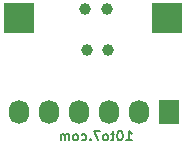
<source format=gbs>
%FSLAX34Y34*%
G04 Gerber Fmt 3.4, Leading zero omitted, Abs format*
G04 (created by PCBNEW (2014-03-19 BZR 4756)-product) date Wed 11 Jun 2014 22:21:39 BST*
%MOIN*%
G01*
G70*
G90*
G04 APERTURE LIST*
%ADD10C,0.005906*%
%ADD11C,0.007874*%
%ADD12C,0.039370*%
%ADD13R,0.068000X0.080000*%
%ADD14O,0.068000X0.080000*%
%ADD15R,0.098425X0.098425*%
G04 APERTURE END LIST*
G54D10*
G54D11*
X56989Y-61559D02*
X57169Y-61559D01*
X57079Y-61559D02*
X57079Y-61244D01*
X57109Y-61289D01*
X57139Y-61319D01*
X57169Y-61334D01*
X56794Y-61244D02*
X56764Y-61244D01*
X56734Y-61259D01*
X56719Y-61274D01*
X56704Y-61304D01*
X56689Y-61364D01*
X56689Y-61439D01*
X56704Y-61499D01*
X56719Y-61529D01*
X56734Y-61544D01*
X56764Y-61559D01*
X56794Y-61559D01*
X56824Y-61544D01*
X56839Y-61529D01*
X56854Y-61499D01*
X56869Y-61439D01*
X56869Y-61364D01*
X56854Y-61304D01*
X56839Y-61274D01*
X56824Y-61259D01*
X56794Y-61244D01*
X56599Y-61349D02*
X56479Y-61349D01*
X56554Y-61244D02*
X56554Y-61514D01*
X56539Y-61544D01*
X56509Y-61559D01*
X56479Y-61559D01*
X56329Y-61559D02*
X56359Y-61544D01*
X56374Y-61529D01*
X56389Y-61499D01*
X56389Y-61409D01*
X56374Y-61379D01*
X56359Y-61364D01*
X56329Y-61349D01*
X56284Y-61349D01*
X56254Y-61364D01*
X56239Y-61379D01*
X56224Y-61409D01*
X56224Y-61499D01*
X56239Y-61529D01*
X56254Y-61544D01*
X56284Y-61559D01*
X56329Y-61559D01*
X56119Y-61244D02*
X55909Y-61244D01*
X56044Y-61559D01*
X55789Y-61529D02*
X55774Y-61544D01*
X55789Y-61559D01*
X55804Y-61544D01*
X55789Y-61529D01*
X55789Y-61559D01*
X55504Y-61544D02*
X55534Y-61559D01*
X55594Y-61559D01*
X55624Y-61544D01*
X55639Y-61529D01*
X55654Y-61499D01*
X55654Y-61409D01*
X55639Y-61379D01*
X55624Y-61364D01*
X55594Y-61349D01*
X55534Y-61349D01*
X55504Y-61364D01*
X55324Y-61559D02*
X55354Y-61544D01*
X55369Y-61529D01*
X55384Y-61499D01*
X55384Y-61409D01*
X55369Y-61379D01*
X55354Y-61364D01*
X55324Y-61349D01*
X55279Y-61349D01*
X55249Y-61364D01*
X55234Y-61379D01*
X55219Y-61409D01*
X55219Y-61499D01*
X55234Y-61529D01*
X55249Y-61544D01*
X55279Y-61559D01*
X55324Y-61559D01*
X55084Y-61559D02*
X55084Y-61349D01*
X55084Y-61379D02*
X55069Y-61364D01*
X55039Y-61349D01*
X54994Y-61349D01*
X54964Y-61364D01*
X54949Y-61394D01*
X54949Y-61559D01*
X54949Y-61394D02*
X54934Y-61364D01*
X54904Y-61349D01*
X54859Y-61349D01*
X54829Y-61364D01*
X54814Y-61394D01*
X54814Y-61559D01*
G54D12*
X55629Y-57185D03*
X56338Y-57185D03*
X55669Y-58562D03*
X56377Y-58562D03*
G54D13*
X58405Y-60629D03*
G54D14*
X57405Y-60629D03*
X56405Y-60629D03*
X55405Y-60629D03*
X54405Y-60629D03*
X53405Y-60629D03*
G54D15*
X58346Y-57480D03*
X53425Y-57480D03*
M02*

</source>
